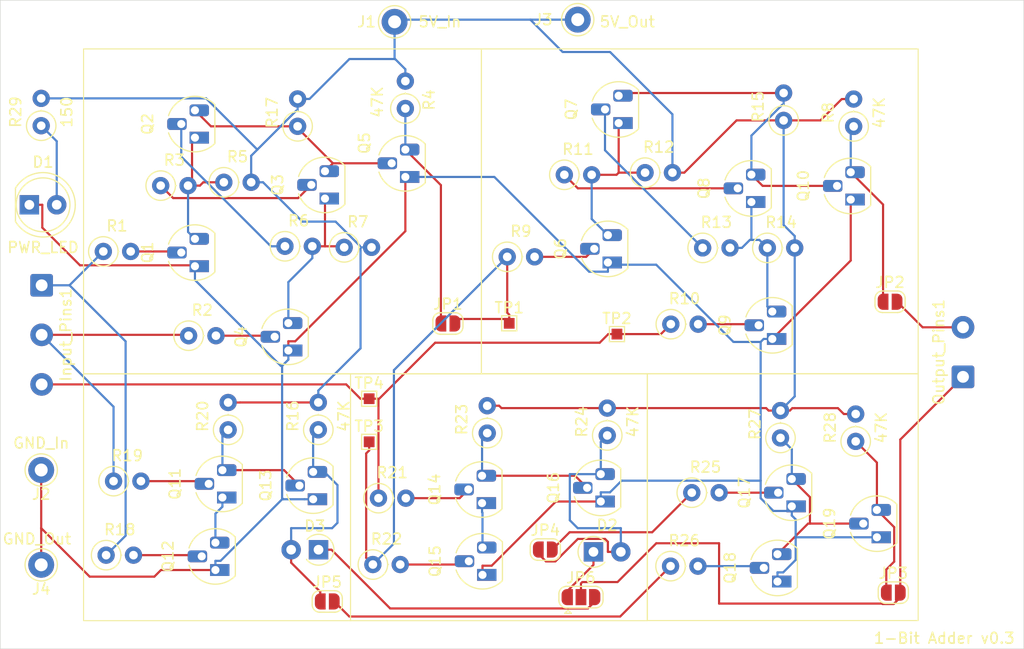
<source format=kicad_pcb>
(kicad_pcb (version 20240108) (generator "pcbnew") (generator_version "8.0")
  (layers (0 "F.Cu" signal) (31 "B.Cu" signal) (34 "B.Paste" user) (35 "F.Paste" user) (36 "B.SilkS" user "B.Silkscreen") (37 "F.SilkS" user "F.Silkscreen") (38 "B.Mask" user) (39 "F.Mask" user) (44 "Edge.Cuts" user))
  (net 0 "")
  (net 1 "Net-(Input_Pins1-Pin_3)")
  (net 2 "Net-(Input_Pins1-Pin_2)")
  (net 3 "Net-(Input_Pins1-Pin_1)")
  (net 4 "Net-(JP1-B)")
  (net 5 "Net-(JP1-A)")
  (net 6 "Net-(J1-Pin_1)")
  (net 7 "Net-(Q1-C)")
  (net 8 "Net-(Q1-B)")
  (net 9 "Net-(Q2-B)")
  (net 10 "Net-(Q2-C)")
  (net 11 "Net-(Q3-E)")
  (net 12 "Net-(Q3-B)")
  (net 13 "Net-(Q4-B)")
  (net 14 "Net-(JP2-B)")
  (net 15 "Net-(Q6-B)")
  (net 16 "Net-(Q6-C)")
  (net 17 "Net-(Q7-B)")
  (net 18 "Net-(Q10-B)")
  (net 19 "Net-(Q8-E)")
  (net 20 "Net-(Q8-B)")
  (net 21 "Net-(Q9-B)")
  (net 22 "Net-(Q11-B)")
  (net 23 "Net-(Q11-C)")
  (net 24 "Net-(Q11-E)")
  (net 25 "Net-(Q12-B)")
  (net 26 "Net-(JP2-A)")
  (net 27 "Net-(Q14-E)")
  (net 28 "Net-(Q14-C)")
  (net 29 "Net-(Q14-B)")
  (net 30 "Net-(Q15-B)")
  (net 31 "Net-(JP3-A)")
  (net 32 "Net-(Q17-C)")
  (net 33 "Net-(JP3-B)")
  (net 34 "Net-(Q17-B)")
  (net 35 "Net-(Q18-B)")
  (net 36 "Net-(D1-K)")
  (net 37 "Net-(D2-K)")
  (net 38 "Net-(JP4-B)")
  (net 39 "Net-(JP5-B)")
  (net 40 "Net-(D3-K)")
  (net 41 "Net-(D1-A)")
  (net 42 "Net-(D2-A)")
  (net 43 "Net-(D3-A)")
  (footprint "Jumper:SolderJumper-3_P1.3mm_Open_RoundedPad1.0x1.5mm" (layer "F.Cu") (at 67.1 70.4)
    (property "Reference" "JP6")
    (property "Value" "~")
  )
  (footprint "Package_TO_SOT_THT:TO-92_HandSolder" (layer "F.Cu") (at 57.96 68.3343 90)
    (property "Reference" "Q15")
    (property "Value" "2N3904")
  )
  (footprint "Resistor_THT:R_Axial_DIN0207_L6.3mm_D2.5mm_P2.54mm_Vertical" (layer "F.Cu") (at 28.09 32.2043)
    (property "Reference" "R3")
    (property "Value" "220K")
  )
  (footprint "Jumper:SolderJumper-2_P1.3mm_Open_RoundedPad1.0x1.5mm" (layer "F.Cu") (at 54.75 45)
    (property "Reference" "JP1")
    (property "Value" "~")
  )
  (footprint "Resistor_THT:R_Axial_DIN0207_L6.3mm_D2.5mm_P2.54mm_Vertical" (layer "F.Cu") (at 33.95 31.8943)
    (property "Reference" "R5")
    (property "Value" "220K")
  )
  (footprint "Package_TO_SOT_THT:TO-92_HandSolder" (layer "F.Cu") (at 43.34 33.4043 90)
    (property "Reference" "Q3")
    (property "Value" "2N3904")
  )
  (footprint "Resistor_THT:R_Axial_DIN0207_L6.3mm_D2.5mm_P2.54mm_Vertical" (layer "F.Cu") (at 45.12 37.9343)
    (property "Reference" "R7")
    (property "Value" "220K")
  )
  (footprint "Jumper:SolderJumper-2_P1.3mm_Open_RoundedPad1.0x1.5mm" (layer "F.Cu") (at 95.79 42.9843)
    (property "Reference" "JP2")
    (property "Value" "~")
  )
  (footprint "Package_TO_SOT_THT:TO-92_HandSolder" (layer "F.Cu") (at 70.6 26.4 90)
    (property "Reference" "Q7")
    (property "Value" "2N3904")
  )
  (footprint "Jumper:SolderJumper-2_P1.3mm_Open_RoundedPad1.0x1.5mm" (layer "F.Cu") (at 43.55 70.8)
    (property "Reference" "JP5")
    (property "Value" "~")
  )
  (footprint "LED_THT:LED_D5.0mm" (layer "F.Cu") (at 15.9 33.9843)
    (property "Reference" "D1")
    (property "Value" "PWR_LED")
  )
  (footprint "Resistor_THT:R_Axial_DIN0207_L6.3mm_D2.5mm_P2.54mm_Vertical" (layer "F.Cu") (at 69.54 55.3943 90)
    (property "Reference" "R24")
    (property "Value" "47K")
  )
  (footprint "Connector_Pin:Pin_D1.0mm_L10.0mm_LooseFit" (layer "F.Cu") (at 17 67.4)
    (property "Reference" "J4")
    (property "Value" "GND_Out")
  )
  (footprint "Resistor_THT:R_Axial_DIN0207_L6.3mm_D2.5mm_P2.54mm_Vertical" (layer "F.Cu") (at 39.625 37.8343)
    (property "Reference" "R6")
    (property "Value" "220K")
  )
  (footprint "Resistor_THT:R_Axial_DIN0207_L6.3mm_D2.5mm_P2.54mm_Vertical" (layer "F.Cu") (at 23.715 59.6343)
    (property "Reference" "R19")
    (property "Value" "220K")
  )
  (footprint "Package_TO_SOT_THT:TO-92_HandSolder" (layer "F.Cu") (at 69.6 39.34 90)
    (property "Reference" "Q6")
    (property "Value" "2N3904")
  )
  (footprint "Resistor_THT:R_Axial_DIN0207_L6.3mm_D2.5mm_P2.54mm_Vertical" (layer "F.Cu") (at 85.91 26.1493 90)
    (property "Reference" "R15")
    (property "Value" "220K")
  )
  (footprint "Connector_Pin:Pin_D1.0mm_L10.0mm_LooseFit" (layer "F.Cu") (at 49.8 17)
    (property "Reference" "J1")
    (property "Value" "5V_In")
  )
  (footprint "Package_TO_SOT_THT:TO-92_HandSolder" (layer "F.Cu") (at 82.92 33.7243 90)
    (property "Reference" "Q8")
    (property "Value" "2N3904")
  )
  (footprint "Resistor_THT:R_Axial_DIN0207_L6.3mm_D2.5mm_P2.54mm_Vertical" (layer "F.Cu") (at 23.025 66.5043)
    (property "Reference" "R18")
    (property "Value" "220K")
  )
  (footprint "Resistor_THT:R_Axial_DIN0207_L6.3mm_D2.5mm_P2.54mm_Vertical" (layer "F.Cu") (at 75.415 67.5243)
    (property "Reference" "R26")
    (property "Value" "220K")
  )
  (footprint "Resistor_THT:R_Axial_DIN0207_L6.3mm_D2.5mm_P2.54mm_Vertical" (layer "F.Cu") (at 75.44 45.0643)
    (property "Reference" "R10")
    (property "Value" "220K")
  )
  (footprint "Resistor_THT:R_Axial_DIN0207_L6.3mm_D2.5mm_P2.54mm_Vertical" (layer "F.Cu") (at 47.785 67.3743)
    (property "Reference" "R22")
    (property "Value" "220K")
  )
  (footprint "Jumper:SolderJumper-2_P1.3mm_Open_RoundedPad1.0x1.5mm" (layer "F.Cu") (at 63.79 65.9843)
    (property "Reference" "JP4")
    (property "Value" "~")
  )
  (footprint "Package_TO_SOT_THT:TO-92_HandSolder" (layer "F.Cu") (at 33.17 67.8843 90)
    (property "Reference" "Q12")
    (property "Value" "2N3904")
  )
  (footprint "Resistor_THT:R_Axial_DIN0207_L6.3mm_D2.5mm_P2.54mm_Vertical" (layer "F.Cu") (at 58.4 55.1743 90)
    (property "Reference" "R23")
    (property "Value" "220K")
  )
  (footprint "Resistor_THT:R_Axial_DIN0207_L6.3mm_D2.5mm_P2.54mm_Vertical" (layer "F.Cu") (at 17 26.645 90)
    (property "Reference" "R29")
    (property "Value" "150")
  )
  (footprint "Connector_Wire:SolderWire-0.5sqmm_1x03_P4.6mm_D0.9mm_OD2.1mm" (layer "F.Cu") (at 17.04 41.4543 -90)
    (property "Reference" "Input_Pins1")
    (property "Value" "~")
  )
  (footprint "Resistor_THT:R_Axial_DIN0207_L6.3mm_D2.5mm_P2.54mm_Vertical" (layer "F.Cu") (at 78.395 37.9843)
    (property "Reference" "R13")
    (property "Value" "220K")
  )
  (footprint "Diode_THT:D_A-405_P2.54mm_Vertical_AnodeUp" (layer "F.Cu") (at 68.26 66.2)
    (property "Reference" "D2")
    (property "Value" "D")
  )
  (footprint "Connector_Pin:Pin_D1.0mm_L10.0mm_LooseFit" (layer "F.Cu") (at 17 58.6)
    (property "Reference" "J2")
    (property "Value" "GND_In")
  )
  (footprint "Package_TO_SOT_THT:TO-92_HandSolder" (layer "F.Cu") (at 68.94 61.5243 90)
    (property "Reference" "Q16")
    (property "Value" "2N3904")
  )
  (footprint "Package_TO_SOT_THT:TO-92_HandSolder" (layer "F.Cu") (at 84.86 46.4343 90)
    (property "Reference" "Q9")
    (property "Value" "2N3904")
  )
  (footprint "Connector_Wire:SolderWire-0.5sqmm_1x02_P4.6mm_D0.9mm_OD2.1mm" (layer "F.Cu") (at 102.56 49.9543 90)
    (property "Reference" "Output_Pins1")
    (property "Value" "~")
  )
  (footprint "Resistor_THT:R_Axial_DIN0207_L6.3mm_D2.5mm_P2.54mm_Vertical" (layer "F.Cu") (at 50.8 25.045 90)
    (property "Reference" "R4")
    (property "Value" "47K")
  )
  (footprint "Resistor_THT:R_Axial_DIN0207_L6.3mm_D2.5mm_P2.54mm_Vertical" (layer "F.Cu") (at 73.05 31)
    (property "Reference" "R12")
    (property "Value" "220K")
  )
  (footprint "Resistor_THT:R_Axial_DIN0207_L6.3mm_D2.5mm_P2.54mm_Vertical" (layer "F.Cu") (at 92.41 26.7093 90)
    (property "Reference" "R8")
    (property "Value" "47K")
  )
  (footprint "Resistor_THT:R_Axial_DIN0207_L6.3mm_D2.5mm_P2.54mm_Vertical" (layer "F.Cu") (at 22.765 38.3143)
    (property "Reference" "R1")
    (property "Value" "220K")
  )
  (footprint "Diode_THT:D_A-405_P2.54mm_Vertical_AnodeUp" (layer "F.Cu") (at 42.74 66 180)
    (property "Reference" "D3")
    (property "Value" "D")
  )
  (footprint "Resistor_THT:R_Axial_DIN0207_L6.3mm_D2.5mm_P2.54mm_Vertical" (layer "F.Cu") (at 30.68 46.1343)
    (property "Reference" "R2")
    (property "Value" "220K")
  )
  (footprint "Package_TO_SOT_THT:TO-92_HandSolder" (layer "F.Cu") (at 85.34 68.9543 90)
    (property "Reference" "Q18")
    (property "Value" "2N3904")
  )
  (footprint "Package_TO_SOT_THT:TO-92_HandSolder" (layer "F.Cu") (at 31.27 27.7543 90)
    (property "Reference" "Q2")
    (property "Value" "2N3904")
  )
  (footprint "Resistor_THT:R_Axial_DIN0207_L6.3mm_D2.5mm_P2.54mm_Vertical" (layer "F.Cu") (at 34.35 54.8743 90)
    (property "Reference" "R20")
    (property "Value" "220K")
  )
  (footprint "Package_TO_SOT_THT:TO-92_HandSolder" (layer "F.Cu") (at 31.27 39.6843 90)
    (property "Reference" "Q1")
    (property "Value" "2N3904")
  )
  (footprint "Jumper:SolderJumper-2_P1.3mm_Open_RoundedPad1.0x1.5mm" (layer "F.Cu") (at 96.09 69.9843)
    (property "Reference" "JP3")
    (property "Value" "~")
  )
  (footprint "Resistor_THT:R_Axial_DIN0207_L6.3mm_D2.5mm_P2.54mm_Vertical" (layer "F.Cu") (at 60.255 38.8143)
    (property "Reference" "R9")
    (property "Value" "220K")
  )
  (footprint "Resistor_THT:R_Axial_DIN0207_L6.3mm_D2.5mm_P2.54mm_Vertical" (layer "F.Cu") (at 77.385 60.7043)
    (property "Reference" "R25")
    (property "Value" "220K")
  )
  (footprint "TestPoint:TestPoint_Pad_1.0x1.0mm" (layer "F.Cu") (at 70.44 45.9843)
    (property "Reference" "TP2")
    (property "Value" "~")
  )
  (footprint "Package_TO_SOT_THT:TO-92_HandSolder" (layer "F.Cu") (at 94.57 64.8443 90)
    (property "Reference" "Q19")
    (property "Value" "2N3904")
  )
  (footprint "Package_TO_SOT_THT:TO-92_HandSolder" (layer "F.Cu") (at 39.94 47.5043 90)
    (property "Reference" "Q4")
    (property "Value" "2N3904")
  )
  (footprint "Resistor_THT:R_Axial_DIN0207_L6.3mm_D2.5mm_P2.54mm_Vertical" (layer "F.Cu") (at 85.62 55.6243 90)
    (property "Reference" "R27")
    (property "Value" "220K")
  )
  (footprint "Package_TO_SOT_THT:TO-92_HandSolder" (layer "F.Cu") (at 42.24 61.3143 90)
    (property "Reference" "Q13")
    (property "Value" "2N3904")
  )
  (footprint "Package_TO_SOT_THT:TO-92_HandSolder" (layer "F.Cu") (at 50.8 31.4 90)
    (property "Reference" "Q5")
    (property "Value" "2N3904")
  )
  (footprint "Resistor_THT:R_Axial_DIN0207_L6.3mm_D2.5mm_P2.54mm_Vertical" (layer "F.Cu") (at 40.8 26.6993 90)
    (property "Reference" "R17")
    (property "Value" "220K")
  )
  (footprint "TestPoint:TestPoint_Pad_1.0x1.0mm" (layer "F.Cu") (at 47.44 51.9843)
    (property "Reference" "TP4")
    (property "Value" "~")
  )
  (footprint "Package_TO_SOT_THT:TO-92_HandSolder" (layer "F.Cu") (at 33.82 61.1543 90)
    (property "Reference" "Q11")
    (property "Value" "2N3904")
  )
  (footprint "Resistor_THT:R_Axial_DIN0207_L6.3mm_D2.5mm_P2.54mm_Vertical" (layer "F.Cu") (at 48.305 61.2143)
    (property "Reference" "R21")
    (property "Value" "220K")
  )
  (footprint "Package_TO_SOT_THT:TO-92_HandSolder" (layer "F.Cu") (at 92.14 33.4993 90)
    (property "Reference" "Q10")
    (property "Value" "2N3904")
  )
  (footprint "Resistor_THT:R_Axial_DIN0207_L6.3mm_D2.5mm_P2.54mm_Vertical" (layer "F.Cu") (at 92.6 55.9443 90)
    (property "Reference" "R28")
    (property "Value" "47K")
  )
  (footprint "Package_TO_SOT_THT:TO-92_HandSolder" (layer "F.Cu") (at 86.67 61.9743 90)
    (property "Reference" "Q17")
    (property "Value" "2N3904")
  )
  (footprint "Package_TO_SOT_THT:TO-92_HandSolder" (layer "F.Cu") (at 57.92 61.6743 90)
    (property "Reference" "Q14")
    (property "Value" "2N3904")
  )
  (footprint "Resistor_THT:R_Axial_DIN0207_L6.3mm_D2.5mm_P2.54mm_Vertical" (layer "F.Cu") (at 65.555 31.2)
    (property "Reference" "R11")
    (property "Value" "220K")
  )
  (footprint "TestPoint:TestPoint_Pad_1.0x1.0mm" (layer "F.Cu") (at 60.44 44.9843)
    (property "Reference" "TP1")
    (property "Value" "~")
  )
  (footprint "Resistor_THT:R_Axial_DIN0207_L6.3mm_D2.5mm_P2.54mm_Vertical" (layer "F.Cu") (at 84.4 37.9843)
    (property "Reference" "R14")
    (property "Value" "220K")
  )
  (footprint "TestPoint:TestPoint_Pad_1.0x1.0mm" (layer "F.Cu") (at 47.44 55.9843)
    (property "Reference" "TP3")
    (property "Value" "~")
  )
  (footprint "Resistor_THT:R_Axial_DIN0207_L6.3mm_D2.5mm_P2.54mm_Vertical" (layer "F.Cu") (at 42.72 54.8693 90)
    (property "Reference" "R16")
    (property "Value" "47K")
  )
  (footprint "Connector_Pin:Pin_D1.0mm_L10.0mm_LooseFit" (layer "F.Cu") (at 66.8 16.8)
    (property "Reference" "J3")
    (property "Value" "5V_Out")
  )
  (gr_rect (start 73.26 49.6643) (end 98.4 72.5743) (stroke (width 0.1)) (fill none) (layer "F.SilkS"))
  (gr_rect (start 20.93 19.5143) (end 57.86 49.6743) (stroke (width 0.1)) (fill none) (layer "F.SilkS"))
  (gr_rect (start 57.86 19.5143) (end 98.4 49.6643) (stroke (width 0.1)) (fill none) (layer "F.SilkS"))
  (gr_rect (start 45.71 49.6743) (end 73.26 72.5843) (stroke (width 0.1)) (fill none) (layer "F.SilkS"))
  (gr_rect (start 20.93 49.6743) (end 45.71 72.5843) (stroke (width 0.1)) (fill none) (layer "F.SilkS"))
  (gr_rect (start 13.2 15) (end 108.2 75.2) (stroke (width 0.05)) (fill none) (layer "Edge.Cuts"))
  (gr_text "1-Bit Adder v0.3" (at 94.2 74.8 0) (layer "F.SilkS") (effects (font (size 1 1)) (justify left bottom)))
  (segment (start 70.44 45.9843) (end 69.6383 45.9843) (width 0.2) (layer "F.Cu") (net 1))
  (segment (start 74.52 45.9843) (end 70.44 45.9843) (width 0.2) (layer "F.Cu") (net 1))
  (segment (start 68.8366 46.786) (end 69.6383 45.9843) (width 0.2) (layer "F.Cu") (net 1))
  (segment (start 47.44 51.9843) (end 48.1409 51.9843) (width 0.2) (layer "F.Cu") (net 1))
  (segment (start 17.04 50.6543) (end 45.3083 50.6543) (width 0.2) (layer "F.Cu") (net 1))
  (segment (start 48.305 52.0491) (end 53.5681 46.786) (width 0.2) (layer "F.Cu") (net 1))
  (segment (start 48.305 52.0491) (end 48.305 61.2143) (width 0.2) (layer "F.Cu") (net 1))
  (segment (start 45.3083 50.6543) (end 46.6383 51.9843) (width 0.2) (layer "F.Cu") (net 1))
  (segment (start 48.2402 51.9843) (end 48.305 52.0491) (width 0.2) (layer "F.Cu") (net 1))
  (segment (start 75.44 45.0643) (end 74.52 45.9843) (width 0.2) (layer "F.Cu") (net 1))
  (segment (start 47.44 51.9843) (end 46.6383 51.9843) (width 0.2) (layer "F.Cu") (net 1))
  (segment (start 48.1409 51.9843) (end 48.2402 51.9843) (width 0.2) (layer "F.Cu") (net 1))
  (segment (start 53.5681 46.786) (end 68.8366 46.786) (width 0.2) (layer "F.Cu") (net 1))
  (segment (start 17.04 46.0543) (end 30.6 46.0543) (width 0.2) (layer "F.Cu") (net 2))
  (segment (start 30.6 46.0543) (end 30.68 46.1343) (width 0.2) (layer "F.Cu") (net 2))
  (segment (start 23.715 52.7293) (end 23.715 59.6343) (width 0.2) (layer "B.Cu") (net 2))
  (segment (start 17.04 46.0543) (end 23.715 52.7293) (width 0.2) (layer "B.Cu") (net 2))
  (segment (start 17.04 41.4543) (end 19.625 41.4543) (width 0.2) (layer "B.Cu") (net 3))
  (segment (start 19.625 41.4543) (end 22.765 38.3143) (width 0.2) (layer "B.Cu") (net 3))
  (segment (start 24.8346 64.6947) (end 23.025 66.5043) (width 0.2) (layer "B.Cu") (net 3))
  (segment (start 19.625 41.4543) (end 24.8346 46.6639) (width 0.2) (layer "B.Cu") (net 3))
  (segment (start 24.8346 46.6639) (end 24.8346 64.6947) (width 0.2) (layer "B.Cu") (net 3))
  (segment (start 47.1637 66.753) (end 47.785 67.3743) (width 0.2) (layer "F.Cu") (net 4))
  (segment (start 60.44 44.5834) (end 60.44 44.1826) (width 0.2) (layer "F.Cu") (net 4))
  (segment (start 60.255 38.8143) (end 60.255 43.9976) (width 0.2) (layer "F.Cu") (net 4))
  (segment (start 47.44 56.786) (end 47.1637 57.0623) (width 0.2) (layer "F.Cu") (net 4))
  (segment (start 55.8166 44.5834) (end 55.4 45) (width 0.2) (layer "F.Cu") (net 4))
  (segment (start 47.1637 57.0623) (end 47.1637 66.753) (width 0.2) (layer "F.Cu") (net 4))
  (segment (start 60.255 43.9976) (end 60.44 44.1826) (width 0.2) (layer "F.Cu") (net 4))
  (segment (start 47.44 55.9843) (end 47.44 56.786) (width 0.2) (layer "F.Cu") (net 4))
  (segment (start 60.44 44.5834) (end 55.8166 44.5834) (width 0.2) (layer "F.Cu") (net 4))
  (segment (start 60.44 44.9843) (end 60.44 44.5834) (width 0.2) (layer "F.Cu") (net 4))
  (segment (start 49.7392 49.3301) (end 60.255 38.8143) (width 0.2) (layer "B.Cu") (net 4))
  (segment (start 49.7392 65.4201) (end 49.7392 49.3301) (width 0.2) (layer "B.Cu") (net 4))
  (segment (start 47.785 67.3743) (end 49.7392 65.4201) (width 0.2) (layer "B.Cu") (net 4))
  (segment (start 54.1 45) (end 54.1 32.16) (width 0.2) (layer "F.Cu") (net 5))
  (segment (start 54.1 32.16) (end 50.8 28.86) (width 0.2) (layer "F.Cu") (net 5))
  (segment (start 50.8 25.045) (end 50.8 28.86) (width 0.2) (layer "B.Cu") (net 5))
  (segment (start 58.4 52.6343) (end 59.5017 52.6343) (width 0.2) (layer "F.Cu") (net 6))
  (segment (start 50 16.8) (end 49.8 17) (width 0.2) (layer "F.Cu") (net 6))
  (segment (start 86.4914 53.0843) (end 86.7157 52.86) (width 0.2) (layer "F.Cu") (net 6))
  (segment (start 81.5424 26.1493) (end 85.91 26.1493) (width 0.2) (layer "F.Cu") (net 6))
  (segment (start 75.59 31) (end 76.6917 31) (width 0.2) (layer "F.Cu") (net 6))
  (segment (start 42.72 52.3293) (end 35.4567 52.3293) (width 0.2) (layer "F.Cu") (net 6))
  (segment (start 85.62 53.0843) (end 86.4914 53.0843) (width 0.2) (layer "F.Cu") (net 6))
  (segment (start 69.54 52.8543) (end 59.7217 52.8543) (width 0.2) (layer "F.Cu") (net 6))
  (segment (start 59.7217 52.8543) (end 59.5017 52.6343) (width 0.2) (layer "F.Cu") (net 6))
  (segment (start 85.62 53.0843) (end 84.5183 53.0843) (width 0.2) (layer "F.Cu") (net 6))
  (segment (start 76.6917 31) (end 81.5424 26.1493) (width 0.2) (layer "F.Cu") (net 6))
  (segment (start 85.91 26.1493) (end 89.3283 26.1493) (width 0.2) (layer "F.Cu") (net 6))
  (segment (start 89.3283 26.1493) (end 91.3083 24.1693) (width 0.2) (layer "F.Cu") (net 6))
  (segment (start 84.2883 52.8543) (end 69.54 52.8543) (width 0.2) (layer "F.Cu") (net 6))
  (segment (start 92.41 24.1693) (end 91.3083 24.1693) (width 0.2) (layer "F.Cu") (net 6))
  (segment (start 92.6 53.4043) (end 91.4983 53.4043) (width 0.2) (layer "F.Cu") (net 6))
  (segment (start 86.94 52.86) (end 90.954 52.86) (width 0.2) (layer "F.Cu") (net 6))
  (segment (start 35.4567 52.3293) (end 35.4517 52.3343) (width 0.2) (layer "F.Cu") (net 6))
  (segment (start 84.5183 53.0843) (end 84.2883 52.8543) (width 0.2) (layer "F.Cu") (net 6))
  (segment (start 90.954 52.86) (end 91.4983 53.4043) (width 0.2) (layer "F.Cu") (net 6))
  (segment (start 34.35 52.3343) (end 35.4517 52.3343) (width 0.2) (layer "F.Cu") (net 6))
  (segment (start 86.7157 52.86) (end 86.94 52.86) (width 0.2) (layer "F.Cu") (net 6))
  (segment (start 62.4 16.8) (end 65.4 19.8) (width 0.2) (layer "B.Cu") (net 6))
  (segment (start 50.8 21.4033) (end 49.85 20.4533) (width 0.2) (layer "B.Cu") (net 6))
  (segment (start 49.8 20.4533) (end 45.6077 20.4533) (width 0.2) (layer "B.Cu") (net 6))
  (segment (start 37.0618 28.8615) (end 32.3053 24.105) (width 0.2) (layer "B.Cu") (net 6))
  (segment (start 69.8 19.8) (end 75.59 25.59) (width 0.2) (layer "B.Cu") (net 6))
  (segment (start 46.5583 37.7788) (end 46.5583 37.8515) (width 0.2) (layer "B.Cu") (net 6))
  (segment (start 62.4 16.8) (end 66.8 16.8) (width 0.2) (layer "B.Cu") (net 6))
  (segment (start 49.8 17) (end 50 17) (width 0.2) (layer "B.Cu") (net 6))
  (segment (start 40.8 24.1593) (end 41.9017 24.1593) (width 0.2) (layer "B.Cu") (net 6))
  (segment (start 44.3247 35.5452) (end 46.5583 37.7788) (width 0.2) (layer "B.Cu") (net 6))
  (segment (start 85.91 35.8526) (end 86.94 36.8826) (width 0.2) (layer "B.Cu") (net 6))
  (segment (start 37.5917 31.8943) (end 41.2426 35.5452) (width 0.2) (layer "B.Cu") (net 6))
  (segment (start 40.6623 25.261) (end 37.0618 28.8615) (width 0.2) (layer "B.Cu") (net 6))
  (segment (start 85.91 26.1493) (end 85.91 35.8526) (width 0.2) (layer "B.Cu") (net 6))
  (segment (start 86.94 51.7643) (end 85.62 53.0843) (width 0.2) (layer "B.Cu") (net 6))
  (segment (start 49.85 20.4533) (end 49.8 20.4533) (width 0.2) (layer "B.Cu") (net 6))
  (segment (start 41.2426 35.5452) (end 44.3247 35.5452) (width 0.2) (layer "B.Cu") (net 6))
  (segment (start 36.49 29.4333) (end 36.49 31.8943) (width 0.2) (layer "B.Cu") (net 6))
  (segment (start 49.8 20.4533) (end 49.8 17) (width 0.2) (layer "B.Cu") (net 6))
  (segment (start 46.6412 47.3064) (end 42.72 51.2276) (width 0.2) (layer "B.Cu") (net 6))
  (segment (start 75.59 25.59) (end 75.59 31) (width 0.2) (layer "B.Cu") (net 6))
  (segment (start 40.8 24.1593) (end 40.8 25.261) (width 0.2) (layer "B.Cu") (net 6))
  (segment (start 86.94 37.9843) (end 86.94 51.7643) (width 0.2) (layer "B.Cu") (net 6))
  (segment (start 46.5583 37.8515) (end 46.5584 37.8515) (width 0.2) (layer "B.Cu") (net 6))
  (segment (start 50.8 22.505) (end 50.8 21.4033) (width 0.2) (layer "B.Cu") (net 6))
  (segment (start 86.94 37.9843) (end 86.94 36.8826) (width 0.2) (layer "B.Cu") (net 6))
  (segment (start 65.4 19.8) (end 69.8 19.8) (width 0.2) (layer "B.Cu") (net 6))
  (segment (start 47.66 37.9343) (end 46.6412 37.9343) (width 0.2) (layer "B.Cu") (net 6))
  (segment (start 46.5584 37.8515) (end 46.6412 37.9343) (width 0.2) (layer "B.Cu") (net 6))
  (segment (start 37.0618 28.8615) (end 36.49 29.4333) (width 0.2) (layer "B.Cu") (net 6))
  (segment (start 50.2 16.8) (end 62.4 16.8) (width 0.2) (layer "B.Cu") (net 6))
  (segment (start 36.49 31.8943) (end 37.5917 31.8943) (width 0.2) (layer "B.Cu") (net 6))
  (segment (start 45.6077 20.4533) (end 41.9017 24.1593) (width 0.2) (layer "B.Cu") (net 6))
  (segment (start 50 17) (end 50.2 16.8) (width 0.2) (layer "B.Cu") (net 6))
  (segment (start 46.6412 37.9343) (end 46.6412 47.3064) (width 0.2) (layer "B.Cu") (net 6))
  (segment (start 32.3053 24.105) (end 17 24.105) (width 0.2) (layer "B.Cu") (net 6))
  (segment (start 42.72 52.3293) (end 42.72 51.2276) (width 0.2) (layer "B.Cu") (net 6))
  (segment (start 40.8 25.261) (end 40.6623 25.261) (width 0.2) (layer "B.Cu") (net 6))
  (segment (start 30.63 32.2043) (end 31.1809 32.2043) (width 0.2) (layer "F.Cu") (net 7))
  (segment (start 33.95 31.8943) (end 32.0417 31.8943) (width 0.2) (layer "F.Cu") (net 7))
  (segment (start 31.1809 32.2043) (end 31.7317 32.2043) (width 0.2) (layer "F.Cu") (net 7))
  (segment (start 31 28.0243) (end 31.27 27.7543) (width 0.2) (layer "F.Cu") (net 7))
  (segment (start 31.1809 32.2043) (end 31 32.0234) (width 0.2) (layer "F.Cu") (net 7))
  (segment (start 32.0417 31.8943) (end 31.7317 32.2043) (width 0.2) (layer "F.Cu") (net 7))
  (segment (start 31 32.0234) (end 31 28.0243) (width 0.2) (layer "F.Cu") (net 7))
  (segment (start 30.63 32.2043) (end 30.63 36.5043) (width 0.2) (layer "B.Cu") (net 7))
  (segment (start 30.63 36.5043) (end 31.27 37.1443) (width 0.2) (layer "B.Cu") (net 7))
  (segment (start 29.9 38.3143) (end 30 38.4143) (width 0.2) (layer "F.Cu") (net 8))
  (segment (start 25.305 38.3143) (end 29.9 38.3143) (width 0.2) (layer "F.Cu") (net 8))
  (segment (start 39.625 37.8343) (end 38.3186 37.8343) (width 0.2) (layer "B.Cu") (net 9))
  (segment (start 30 29.5157) (end 30 26.4843) (width 0.2) (layer "B.Cu") (net 9))
  (segment (start 38.3186 37.8343) (end 30 29.5157) (width 0.2) (layer "B.Cu") (net 9))
  (segment (start 49.53 30.13) (end 44.0743 30.13) (width 0.2) (layer "F.Cu") (net 10))
  (segment (start 31.27 25.2143) (end 32.755 26.6993) (width 0.2) (layer "F.Cu") (net 10))
  (segment (start 44.0743 30.13) (end 43.34 30.8643) (width 0.2) (layer "F.Cu") (net 10))
  (segment (start 40.8 26.8557) (end 44.0743 30.13) (width 0.2) (layer "F.Cu") (net 10))
  (segment (start 32.755 26.6993) (end 40.8 26.6993) (width 0.2) (layer "F.Cu") (net 10))
  (segment (start 40.8 26.6993) (end 40.8 26.8557) (width 0.2) (layer "F.Cu") (net 10))
  (segment (start 42.165 37.8343) (end 43.34 37.8343) (width 0.2) (layer "F.Cu") (net 11))
  (segment (start 43.34 37.8343) (end 45.02 37.8343) (width 0.2) (layer "F.Cu") (net 11))
  (segment (start 43.34 37.8343) (end 43.34 33.4043) (width 0.2) (layer "F.Cu") (net 11))
  (segment (start 45.02 37.8343) (end 45.12 37.9343) (width 0.2) (layer "F.Cu") (net 11))
  (segment (start 42.165 37.8343) (end 42.165 38.936) (width 0.2) (layer "B.Cu") (net 11))
  (segment (start 39.94 41.161) (end 39.94 44.9643) (width 0.2) (layer "B.Cu") (net 11))
  (segment (start 42.165 38.936) (end 39.94 41.161) (width 0.2) (layer "B.Cu") (net 11))
  (segment (start 40.844 33.3603) (end 42.07 32.1343) (width 0.2) (layer "F.Cu") (net 12))
  (segment (start 29.246 33.3603) (end 40.844 33.3603) (width 0.2) (layer "F.Cu") (net 12))
  (segment (start 28.09 32.2043) (end 29.246 33.3603) (width 0.2) (layer "F.Cu") (net 12))
  (segment (start 38.57 46.1343) (end 38.67 46.2343) (width 0.2) (layer "F.Cu") (net 13))
  (segment (start 33.22 46.1343) (end 38.57 46.1343) (width 0.2) (layer "F.Cu") (net 13))
  (segment (start 102.56 45.3543) (end 98.81 45.3543) (width 0.2) (layer "F.Cu") (net 14))
  (segment (start 98.81 45.3543) (end 96.44 42.9843) (width 0.2) (layer "F.Cu") (net 14))
  (segment (start 67.5857 38.8143) (end 68.33 38.07) (width 0.2) (layer "F.Cu") (net 15))
  (segment (start 62.795 38.8143) (end 67.5857 38.8143) (width 0.2) (layer "F.Cu") (net 15))
  (segment (start 70.6 31) (end 73.05 31) (width 0.2) (layer "F.Cu") (net 16))
  (segment (start 70.6 31) (end 70.6 26.4) (width 0.2) (layer "F.Cu") (net 16))
  (segment (start 70.4 31.2) (end 70.6 31) (width 0.2) (layer "F.Cu") (net 16))
  (segment (start 68.095 31.2) (end 70.4 31.2) (width 0.2) (layer "F.Cu") (net 16))
  (segment (start 69.6 36.8) (end 68.095 35.295) (width 0.2) (layer "B.Cu") (net 16))
  (segment (start 68.095 35.295) (end 68.095 31.2) (width 0.2) (layer "B.Cu") (net 16))
  (segment (start 69.33 28.9193) (end 69.33 25.13) (width 0.2) (layer "B.Cu") (net 17))
  (segment (start 78.395 37.9843) (end 69.33 28.9193) (width 0.2) (layer "B.Cu") (net 17))
  (segment (start 70.8507 23.6093) (end 70.6 23.86) (width 0.2) (layer "F.Cu") (net 18))
  (segment (start 83.965 32.2293) (end 82.92 31.1843) (width 0.2) (layer "F.Cu") (net 18))
  (segment (start 85.91 23.6093) (end 70.8507 23.6093) (width 0.2) (layer "F.Cu") (net 18))
  (segment (start 90.87 32.2293) (end 83.965 32.2293) (width 0.2) (layer "F.Cu") (net 18))
  (segment (start 85.91 24.711) (end 85.7723 24.711) (width 0.2) (layer "B.Cu") (net 18))
  (segment (start 82.92 27.5633) (end 82.92 31.1843) (width 0.2) (layer "B.Cu") (net 18))
  (segment (start 85.91 23.6093) (end 85.91 24.711) (width 0.2) (layer "B.Cu") (net 18))
  (segment (start 85.7723 24.711) (end 82.92 27.5633) (width 0.2) (layer "B.Cu") (net 18))
  (segment (start 84.4 43.4343) (end 84.4 37.9843) (width 0.2) (layer "B.Cu") (net 19))
  (segment (start 82.7767 37.2443) (end 82.0367 37.9843) (width 0.2) (layer "B.Cu") (net 19))
  (segment (start 80.935 37.9843) (end 82.0367 37.9843) (width 0.2) (layer "B.Cu") (net 19))
  (segment (start 84.86 43.8943) (end 84.4 43.4343) (width 0.2) (layer "B.Cu") (net 19))
  (segment (start 84.4 37.9843) (end 83.66 37.2443) (width 0.2) (layer "B.Cu") (net 19))
  (segment (start 82.92 37.2443) (end 82.7767 37.2443) (width 0.2) (layer "B.Cu") (net 19))
  (segment (start 83.66 37.2443) (end 82.92 37.2443) (width 0.2) (layer "B.Cu") (net 19))
  (segment (start 82.92 37.2443) (end 82.92 33.7243) (width 0.2) (layer "B.Cu") (net 19))
  (segment (start 66.8093 32.4543) (end 81.65 32.4543) (width 0.2) (layer "F.Cu") (net 20))
  (segment (start 65.555 31.2) (end 66.8093 32.4543) (width 0.2) (layer "F.Cu") (net 20))
  (segment (start 83.49 45.0643) (end 83.59 45.1643) (width 0.2) (layer "F.Cu") (net 21))
  (segment (start 77.98 45.0643) (end 83.49 45.0643) (width 0.2) (layer "F.Cu") (net 21))
  (segment (start 32.3 59.6343) (end 32.55 59.8843) (width 0.2) (layer "F.Cu") (net 22))
  (segment (start 26.255 59.6343) (end 32.3 59.6343) (width 0.2) (layer "F.Cu") (net 22))
  (segment (start 33.82 58.6143) (end 39.54 58.6143) (width 0.2) (layer "F.Cu") (net 23))
  (segment (start 39.54 58.6143) (end 40.97 60.0443) (width 0.2) (layer "F.Cu") (net 23))
  (segment (start 34.35 54.8743) (end 33.82 55.4043) (width 0.2) (layer "B.Cu") (net 23))
  (segment (start 33.82 55.4043) (end 33.82 58.6143) (width 0.2) (layer "B.Cu") (net 23))
  (segment (start 33.82 61.1543) (end 33.82 62.006) (width 0.2) (layer "B.Cu") (net 24))
  (segment (start 33.82 62.006) (end 33.17 62.656) (width 0.2) (layer "B.Cu") (net 24))
  (segment (start 33.17 62.656) (end 33.17 65.3443) (width 0.2) (layer "B.Cu") (net 24))
  (segment (start 25.565 66.5043) (end 31.79 66.5043) (width 0.2) (layer "F.Cu") (net 25))
  (segment (start 31.79 66.5043) (end 31.9 66.6143) (width 0.2) (layer "F.Cu") (net 25))
  (segment (start 95.14 33.9593) (end 92.14 30.9593) (width 0.2) (layer "F.Cu") (net 26))
  (segment (start 95.14 42.9843) (end 95.14 33.9593) (width 0.2) (layer "F.Cu") (net 26))
  (segment (start 92.41 26.7093) (end 92.14 26.9793) (width 0.2) (layer "B.Cu") (net 26))
  (segment (start 92.14 26.9793) (end 92.14 30.9593) (width 0.2) (layer "B.Cu") (net 26))
  (segment (start 57.96 62.566) (end 57.96 65.7943) (width 0.2) (layer "B.Cu") (net 27))
  (segment (start 57.92 61.6743) (end 57.92 62.526) (width 0.2) (layer "B.Cu") (net 27))
  (segment (start 57.92 62.526) (end 57.96 62.566) (width 0.2) (layer "B.Cu") (net 27))
  (segment (start 66.55 59.1343) (end 67.67 60.2543) (width 0.2) (layer "F.Cu") (net 28))
  (segment (start 57.92 59.1343) (end 66.55 59.1343) (width 0.2) (layer "F.Cu") (net 28))
  (segment (start 57.92 55.6543) (end 57.92 59.1343) (width 0.2) (layer "B.Cu") (net 28))
  (segment (start 58.4 55.1743) (end 57.92 55.6543) (width 0.2) (layer "B.Cu") (net 28))
  (segment (start 50.845 61.2143) (end 55.84 61.2143) (width 0.2) (layer "F.Cu") (net 29))
  (segment (start 55.84 61.2143) (end 56.65 60.4043) (width 0.2) (layer "F.Cu") (net 29))
  (segment (start 50.325 67.3743) (end 56.38 67.3743) (width 0.2) (layer "F.Cu") (net 30))
  (segment (start 56.38 67.3743) (end 56.69 67.0643) (width 0.2) (layer "F.Cu") (net 30))
  (segment (start 96.1717 63.906) (end 94.57 62.3043) (width 0.2) (layer "F.Cu") (net 31))
  (segment (start 95.44 67.8379) (end 96.1717 67.1062) (width 0.2) (layer "F.Cu") (net 31))
  (segment (start 94.57 57.9143) (end 94.57 62.3043) (width 0.2) (layer "F.Cu") (net 31))
  (segment (start 96.1717 67.1062) (end 96.1717 63.906) (width 0.2) (layer "F.Cu") (net 31))
  (segment (start 92.6 55.9443) (end 94.57 57.9143) (width 0.2) (layer "F.Cu") (net 31))
  (segment (start 95.44 69.9843) (end 95.44 67.8379) (width 0.2) (layer "F.Cu") (net 31))
  (segment (start 86.67 59.4343) (end 88.3549 61.1192) (width 0.2) (layer "F.Cu") (net 32))
  (segment (start 88.3549 63.5743) (end 88.18 63.5743) (width 0.2) (layer "F.Cu") (net 32))
  (segment (start 88.3549 61.1192) (end 88.3549 63.5743) (width 0.2) (layer "F.Cu") (net 32))
  (segment (start 88.18 63.5743) (end 85.34 66.4143) (width 0.2) (layer "F.Cu") (net 32))
  (segment (start 93.3 63.5743) (end 88.3549 63.5743) (width 0.2) (layer "F.Cu") (net 32))
  (segment (start 86.67 56.6743) (end 86.67 59.4343) (width 0.2) (layer "B.Cu") (net 32))
  (segment (start 85.62 55.6243) (end 86.67 56.6743) (width 0.2) (layer "B.Cu") (net 32))
  (segment (start 96.74 70.428) (end 96.1287 71.0393) (width 0.2) (layer "F.Cu") (net 33))
  (segment (start 70.4935 69) (end 67.227386 69) (width 0.2) (layer "F.Cu") (net 33))
  (segment (start 79.92 65.4) (end 74.0935 65.4) (width 0.2) (layer "F.Cu") (net 33))
  (segment (start 79.9273 71) (end 79.92 70.9927) (width 0.2) (layer "F.Cu") (net 33))
  (segment (start 67.227386 69) (end 67.1 69.127386) (width 0.2) (layer "F.Cu") (net 33))
  (segment (start 95.061823 71) (end 79.9273 71) (width 0.2) (layer "F.Cu") (net 33))
  (segment (start 96.74 69.9843) (end 96.74 70.428) (width 0.2) (layer "F.Cu") (net 33))
  (segment (start 79.92 70.9927) (end 79.92 65.4) (width 0.2) (layer "F.Cu") (net 33))
  (segment (start 67.1 69.127386) (end 67.1 70.4) (width 0.2) (layer "F.Cu") (net 33))
  (segment (start 96.74 55.7743) (end 96.74 69.9843) (width 0.2) (layer "F.Cu") (net 33))
  (segment (start 96.1287 71.0393) (end 95.101123 71.0393) (width 0.2) (layer "F.Cu") (net 33))
  (segment (start 74.0935 65.4) (end 70.4935 69) (width 0.2) (layer "F.Cu") (net 33))
  (segment (start 102.56 49.9543) (end 96.74 55.7743) (width 0.2) (layer "F.Cu") (net 33))
  (segment (start 95.101123 71.0393) (end 95.061823 71) (width 0.2) (layer "F.Cu") (net 33))
  (segment (start 79.925 60.7043) (end 85.4 60.7043) (width 0.2) (layer "F.Cu") (net 34))
  (segment (start 83.91 67.5243) (end 84.07 67.6843) (width 0.2) (layer "F.Cu") (net 35))
  (segment (start 83.91 67.5243) (end 84.07 67.6843) (width 0.2) (layer "B.Cu") (net 35))
  (segment (start 77.955 67.5243) (end 83.91 67.5243) (width 0.2) (layer "B.Cu") (net 35))
  (segment (start 57.96 68.3343) (end 57.96 67.4826) (width 0.2) (layer "F.Cu") (net 36))
  (segment (start 84.86 46.4343) (end 92.14 39.1543) (width 0.2) (layer "F.Cu") (net 36))
  (segment (start 39.94 46.6526) (end 40.5788 46.6526) (width 0.2) (layer "F.Cu") (net 36))
  (segment (start 31.1857 39.6) (end 20.6 39.6) (width 0.2) (layer "F.Cu") (net 36))
  (segment (start 31.27 39.6843) (end 31.1857 39.6) (width 0.2) (layer "F.Cu") (net 36))
  (segment (start 92.14 39.1543) (end 92.14 33.4993) (width 0.2) (layer "F.Cu") (net 36))
  (segment (start 20.6 39.6) (end 17.1017 36.1017) (width 0.2) (layer "F.Cu") (net 36))
  (segment (start 64.77 61.5243) (end 58.8117 67.4826) (width 0.2) (layer "F.Cu") (net 36))
  (segment (start 17 67.4) (end 17.4843 67.8843) (width 0.2) (layer "F.Cu") (net 36))
  (segment (start 39.94 47.5043) (end 39.94 46.6526) (width 0.2) (layer "F.Cu") (net 36))
  (segment (start 17 67.4) (end 17 64) (width 0.2) (layer "F.Cu") (net 36))
  (segment (start 17.1017 36.1017) (end 17.1017 33.9843) (width 0.2) (layer "F.Cu") (net 36))
  (segment (start 28.1157 67.8843) (end 33.17 67.8843) (width 0.2) (layer "F.Cu") (net 36))
  (segment (start 17 64) (end 17 59) (width 0.2) (layer "F.Cu") (net 36))
  (segment (start 27.5 68.5) (end 28.1157 67.8843) (width 0.2) (layer "F.Cu") (net 36))
  (segment (start 50.8 36.4314) (end 50.8 31.4) (width 0.2) (layer "F.Cu") (net 36))
  (segment (start 17 64) (end 21.5 68.5) (width 0.2) (layer "F.Cu") (net 36))
  (segment (start 68.94 61.5243) (end 64.77 61.5243) (width 0.2) (layer "F.Cu") (net 36))
  (segment (start 40.5788 46.6526) (end 50.8 36.4314) (width 0.2) (layer "F.Cu") (net 36))
  (segment (start 58.8117 67.4826) (end 57.96 67.4826) (width 0.2) (layer "F.Cu") (net 36))
  (segment (start 17.1017 33.9843) (end 15.9 33.9843) (width 0.2) (layer "F.Cu") (net 36))
  (segment (start 17 59) (end 17.4 58.6) (width 0.2) (layer "F.Cu") (net 36))
  (segment (start 21.5 68.5) (end 27.5 68.5) (width 0.2) (layer "F.Cu") (net 36))
  (segment (start 39.3605 61.2089) (end 39.3605 48.9355) (width 0.2) (layer "B.Cu") (net 36))
  (segment (start 39.4143 61.2627) (end 33.6444 67.0326) (width 0.2) (layer "B.Cu") (net 36))
  (segment (start 69.7917 60.6726) (end 68.94 60.6726) (width 0.2) (layer "B.Cu") (net 36))
  (segment (start 69.6 39.5458) (end 74.0859 39.5458) (width 0.2) (layer "B.Cu") (net 36))
  (segment (start 83.7785 59.5908) (end 83.7785 46.7141) (width 0.2) (layer "B.Cu") (net 36))
  (segment (start 87.0288 63.1848) (end 87.0288 64.8443) (width 0.2) (layer "B.Cu") (net 36))
  (segment (start 83.7785 61.2154) (end 83.7785 59.5908) (width 0.2) (layer "B.Cu") (net 36))
  (segment (start 83.7785 46.7141) (end 84.0583 46.4343) (width 0.2) (layer "B.Cu") (net 36))
  (segment (start 39.4143 61.2627) (end 39.3605 61.2089) (width 0.2) (layer "B.Cu") (net 36))
  (segment (start 31.27 39.6843) (end 31.27 40.9634) (width 0.2) (layer "B.Cu") (net 36))
  (segment (start 94.57 64.8443) (end 87.0288 64.8443) (width 0.2) (layer "B.Cu") (net 36))
  (segment (start 68.94 61.5243) (end 68.94 60.6726) (width 0.2) (layer "B.Cu") (net 36))
  (segment (start 84.86 46.4343) (end 84.0583 46.4343) (width 0.2) (layer "B.Cu") (net 36))
  (segment (start 67.8531 40.1917) (end 69.6 40.1917) (width 0.2) (layer "B.Cu") (net 36))
  (segment (start 86.67 62.4001) (end 86.67 62.826) (width 0.2) (layer "B.Cu") (net 36))
  (segment (start 86.67 62.4001) (end 84.9632 62.4001) (width 0.2) (layer "B.Cu") (net 36))
  (segment (start 39.4659 61.3143) (end 39.4143 61.2627) (width 0.2) (layer "B.Cu") (net 36))
  (segment (start 31.27 40.9634) (end 39.2421 48.9355) (width 0.2) (layer "B.Cu") (net 36))
  (segment (start 86.67 62.826) (end 87.0288 63.1848) (width 0.2) (layer "B.Cu") (net 36))
  (segment (start 86.67 61.9743) (end 86.67 62.4001) (width 0.2) (layer "B.Cu") (net 36))
  (segment (start 85.8723 68.1026) (end 85.34 68.1026) (width 0.2) (layer "B.Cu") (net 36))
  (segment (start 39.2421 48.9355) (end 39.3605 48.9355) (width 0.2) (layer "B.Cu") (net 36))
  (segment (start 84.9632 62.4001) (end 83.7785 61.2154) (width 0.2) (layer "B.Cu") (net 36))
  (segment (start 74.0859 39.5458) (end 81.2542 46.7141) (width 0.2) (layer "B.Cu") (net 36))
  (segment (start 87.0288 66.9461) (end 85.8723 68.1026) (width 0.2) (layer "B.Cu") (net 36))
  (segment (start 70.8735 59.5908) (end 69.7917 60.6726) (width 0.2) (layer "B.Cu") (net 36))
  (segment (start 39.3605 48.9355) (end 39.94 48.356) (width 0.2) (layer "B.Cu") (net 36))
  (segment (start 33.6444 67.0326) (end 33.17 67.0326) (width 0.2) (layer "B.Cu") (net 36))
  (segment (start 81.2542 46.7141) (end 83.7785 46.7141) (width 0.2) (layer "B.Cu") (net 36))
  (segment (start 39.94 47.5043) (end 39.94 48.356) (width 0.2) (layer "B.Cu") (net 36))
  (segment (start 50.8 31.4) (end 59.0614 31.4) (width 0.2) (layer "B.Cu") (net 36))
  (segment (start 87.0288 64.8443) (end 87.0288 66.9461) (width 0.2) (layer "B.Cu") (net 36))
  (segment (start 42.24 61.3143) (end 41.4383 61.3143) (width 0.2) (layer "B.Cu") (net 36))
  (segment (start 59.0614 31.4) (end 67.8531 40.1917) (width 0.2) (layer "B.Cu") (net 36))
  (segment (start 69.6 39.5458) (end 69.6 40.1917) (width 0.2) (layer "B.Cu") (net 36))
  (segment (start 33.17 67.8843) (end 33.17 67.0326) (width 0.2) (layer "B.Cu") (net 36))
  (segment (start 41.4383 61.3143) (end 39.4659 61.3143) (width 0.2) (layer "B.Cu") (net 36))
  (segment (start 69.6 39.34) (end 69.6 39.5458) (width 0.2) (layer "B.Cu") (net 36))
  (segment (start 85.34 68.9543) (end 85.34 68.1026) (width 0.2) (layer "B.Cu") (net 36))
  (segment (start 83.7785 59.5908) (end 70.8735 59.5908) (width 0.2) (layer "B.Cu") (net 36))
  (segment (start 17.4 58.6) (end 17 59) (width 0.2) (layer "B.Cu") (net 36))
  (segment (start 68.26 66.2) (end 68.26 67.4017) (width 0.2) (layer "F.Cu") (net 37))
  (segment (start 65.8 70.4) (end 65.8 69.8617) (width 0.2) (layer "F.Cu") (net 37))
  (segment (start 65.8 69.8617) (end 68.26 67.4017) (width 0.2) (layer "F.Cu") (net 37))
  (segment (start 73.7115 64.3778) (end 77.385 60.7043) (width 0.2) (layer "F.Cu") (net 38))
  (segment (start 64.44 65.9843) (end 66.0465 64.3778) (width 0.2) (layer "F.Cu") (net 38))
  (segment (start 66.0465 64.3778) (end 73.7115 64.3778) (width 0.2) (layer "F.Cu") (net 38))
  (segment (start 45.6 72.2) (end 70.7393 72.2) (width 0.2) (layer "F.Cu") (net 39))
  (segment (start 70.7393 72.2) (end 75.415 67.5243) (width 0.2) (layer "F.Cu") (net 39))
  (segment (start 44.2 70.8) (end 45.6 72.2) (width 0.2) (layer "F.Cu") (net 39))
  (segment (start 42.74 66) (end 43.9417 66) (width 0.2) (layer "F.Cu") (net 40))
  (segment (start 67.7421 71.4517) (end 49.3934 71.4517) (width 0.2) (layer "F.Cu") (net 40))
  (segment (start 49.3934 71.4517) (end 43.9417 66) (width 0.2) (layer "F.Cu") (net 40))
  (segment (start 68.4 70.4) (end 68.4 70.7938) (width 0.2) (layer "F.Cu") (net 40))
  (segment (start 68.4 70.7938) (end 67.7421 71.4517) (width 0.2) (layer "F.Cu") (net 40))
  (segment (start 17 26.645) (end 18.44 28.085) (width 0.2) (layer "B.Cu") (net 41))
  (segment (start 18.44 28.085) (end 18.44 33.9843) (width 0.2) (layer "B.Cu") (net 41))
  (segment (start 63.14 65.9843) (end 63.14 66.371) (width 0.2) (layer "F.Cu") (net 42))
  (segment (start 70.8 66.2) (end 69.5983 66.2) (width 0.2) (layer "F.Cu") (net 42))
  (segment (start 69.3344 64.9983) (end 69.5983 65.2622) (width 0.2) (layer "F.Cu") (net 42))
  (segment (start 63.8543 67.0853) (end 64.7232 67.0853) (width 0.2) (layer "F.Cu") (net 42))
  (segment (start 66.8102 64.9983) (end 69.3344 64.9983) (width 0.2) (layer "F.Cu") (net 42))
  (segment (start 69.5983 65.2622) (end 69.5983 66.2) (width 0.2) (layer "F.Cu") (net 42))
  (segment (start 64.7232 67.0853) (end 66.8102 64.9983) (width 0.2) (layer "F.Cu") (net 42))
  (segment (start 63.14 66.371) (end 63.8543 67.0853) (width 0.2) (layer "F.Cu") (net 42))
  (segment (start 66.8 64) (end 70.8 64) (width 0.2) (layer "B.Cu") (net 42))
  (segment (start 66.0652 58.9843) (end 66.0652 63.2652) (width 0.2) (layer "B.Cu") (net 42))
  (segment (start 69.54 55.3943) (end 68.94 55.9943) (width 0.2) (layer "B.Cu") (net 42))
  (segment (start 68.94 55.9943) (end 68.94 58.9843) (width 0.2) (layer "B.Cu") (net 42))
  (segment (start 66.0652 63.2652) (end 66.8 64) (width 0.2) (layer "B.Cu") (net 42))
  (segment (start 68.94 58.9843) (end 66.0652 58.9843) (width 0.2) (layer "B.Cu") (net 42))
  (segment (start 70.8 64) (end 70.8 66.2) (width 0.2) (layer "B.Cu") (net 42))
  (segment (start 42.9 69.9017) (end 40.2 67.2017) (width 0.2) (layer "F.Cu") (net 43))
  (segment (start 42.9 70.8) (end 42.9 69.9017) (width 0.2) (layer "F.Cu") (net 43))
  (segment (start 40.2 66) (end 40.2 67.2017) (width 0.2) (layer "F.Cu") (net 43))
  (segment (start 40.2 64) (end 40.2 66) (width 0.2) (layer "B.Cu") (net 43))
  (segment (start 42.24 58.7743) (end 42.24 55.3493) (width 0.2) (layer "B.Cu") (net 43))
  (segment (start 44.5 60) (end 44.5 63.5) (width 0.2) (layer "B.Cu") (net 43))
  (segment (start 42.24 58.7743) (end 43.2743 58.7743) (width 0.2) (layer "B.Cu") (net 43))
  (segment (start 44 64) (end 40.2 64) (width 0.2) (layer "B.Cu") (net 43))
  (segment (start 44.5 63.5) (end 44 64) (width 0.2) (layer "B.Cu") (net 43))
  (segment (start 42.24 55.3493) (end 42.72 54.8693) (width 0.2) (layer "B.Cu") (net 43))
  (segment (start 43.2743 58.7743) (end 44.5 60) (width 0.2) (layer "B.Cu") (net 43))
)
</source>
